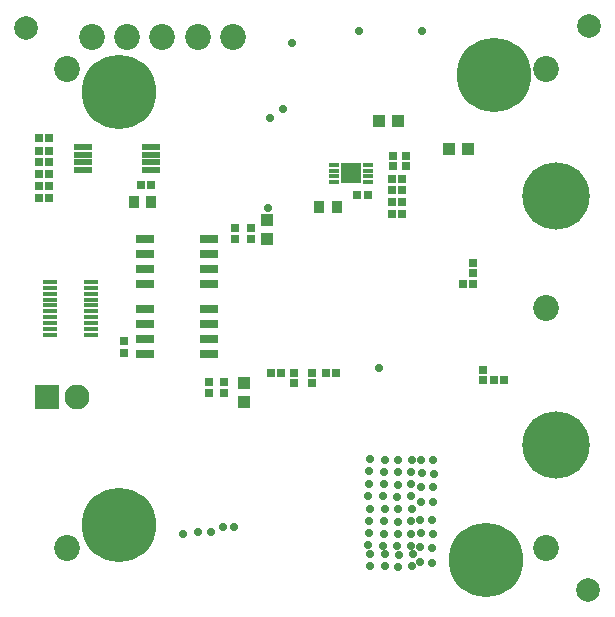
<source format=gbs>
G04*
G04 #@! TF.GenerationSoftware,Altium Limited,Altium Designer,21.6.4 (81)*
G04*
G04 Layer_Color=16711935*
%FSLAX44Y44*%
%MOMM*%
G71*
G04*
G04 #@! TF.SameCoordinates,2815C35D-ED33-4C73-AB2E-66417DBC4640*
G04*
G04*
G04 #@! TF.FilePolarity,Negative*
G04*
G01*
G75*
%ADD47R,0.7200X0.6700*%
%ADD53R,1.0500X1.1000*%
%ADD54R,1.1000X1.0500*%
%ADD55R,0.7200X0.7000*%
%ADD57R,0.7000X0.7200*%
%ADD60C,2.0000*%
%ADD62R,2.1200X2.1200*%
%ADD63C,2.1200*%
%ADD64C,2.1900*%
%ADD65C,5.7000*%
%ADD66C,0.1000*%
%ADD67C,0.7000*%
%ADD92R,1.6000X0.5500*%
%ADD93R,1.6500X0.7000*%
%ADD94R,0.9500X0.4000*%
%ADD95R,1.7000X1.7000*%
%ADD96R,1.2000X0.4000*%
%ADD97R,0.9000X1.1000*%
%ADD98R,0.7000X0.6500*%
%ADD99C,6.3000*%
%ADD100R,0.6500X0.7000*%
G54D47*
X99000Y226250D02*
D03*
Y216650D02*
D03*
G54D53*
X374500Y389088D02*
D03*
X390500D02*
D03*
X331500Y412500D02*
D03*
X315500D02*
D03*
G54D54*
X200650Y174955D02*
D03*
Y190955D02*
D03*
X220624Y328550D02*
D03*
Y312550D02*
D03*
G54D55*
X193167D02*
D03*
Y321750D02*
D03*
X206778D02*
D03*
Y312550D02*
D03*
X184407Y191350D02*
D03*
Y182150D02*
D03*
X171518Y182500D02*
D03*
Y191700D02*
D03*
G54D57*
X113425Y358378D02*
D03*
X122625D02*
D03*
X306100Y349750D02*
D03*
X296900D02*
D03*
G54D60*
X16836Y491645D02*
D03*
X492909Y492701D02*
D03*
X492478Y15188D02*
D03*
G54D62*
X34250Y179000D02*
D03*
G54D63*
X59650D02*
D03*
G54D64*
X192000Y484000D02*
D03*
X51000Y457000D02*
D03*
X457000Y51000D02*
D03*
Y457000D02*
D03*
X132000Y484000D02*
D03*
X102000D02*
D03*
X72000D02*
D03*
X457000Y254000D02*
D03*
X51000Y51000D02*
D03*
X162000Y484000D02*
D03*
G54D65*
X465000Y138000D02*
D03*
Y349000D02*
D03*
G54D66*
X95000Y71000D02*
D03*
X406000Y41000D02*
D03*
X413000Y452000D02*
D03*
X95000Y437000D02*
D03*
G54D67*
X315000Y203311D02*
D03*
X241500Y478750D02*
D03*
X220968Y339000D02*
D03*
X349911Y39320D02*
D03*
X350161Y52070D02*
D03*
X350607Y63513D02*
D03*
X350161Y75070D02*
D03*
X360411Y74570D02*
D03*
X360857Y63014D02*
D03*
X360411Y51570D02*
D03*
X360161Y38820D02*
D03*
X350911Y90320D02*
D03*
X351161Y103070D02*
D03*
X351607Y114514D02*
D03*
X351161Y126070D02*
D03*
X361411Y125570D02*
D03*
X361857Y114014D02*
D03*
X361411Y102570D02*
D03*
X361161Y89820D02*
D03*
X308000Y46100D02*
D03*
X320750Y45850D02*
D03*
X332193Y45405D02*
D03*
X343750Y45850D02*
D03*
X343250Y35600D02*
D03*
X331693Y35155D02*
D03*
X320250Y35600D02*
D03*
X307500Y35850D02*
D03*
Y84500D02*
D03*
X320250Y84250D02*
D03*
X331693Y83804D02*
D03*
X343250Y84250D02*
D03*
X342750Y74000D02*
D03*
X331194Y73554D02*
D03*
X319750Y74000D02*
D03*
X307000Y74250D02*
D03*
X306320Y53339D02*
D03*
X319070Y53089D02*
D03*
X330513Y52643D02*
D03*
X342070Y53089D02*
D03*
X342570Y63339D02*
D03*
X331013Y62893D02*
D03*
X319570Y63339D02*
D03*
X306820Y63589D02*
D03*
Y105339D02*
D03*
X319570Y105089D02*
D03*
X331013Y104643D02*
D03*
X342570Y105089D02*
D03*
X342070Y94839D02*
D03*
X330513Y94393D02*
D03*
X319070Y94839D02*
D03*
X306320Y95089D02*
D03*
X307000Y116000D02*
D03*
X319750Y115750D02*
D03*
X331194Y115304D02*
D03*
X342750Y115750D02*
D03*
X343250Y126000D02*
D03*
X331693Y125554D02*
D03*
X320250Y126000D02*
D03*
X307500Y126250D02*
D03*
X192905Y69250D02*
D03*
X183138Y69052D02*
D03*
X173250Y65020D02*
D03*
X161750Y64750D02*
D03*
X149500Y63250D02*
D03*
X234398Y422690D02*
D03*
X223373Y415288D02*
D03*
X298715Y489190D02*
D03*
X351500Y488750D02*
D03*
G54D92*
X64618Y390689D02*
D03*
X122618D02*
D03*
Y377689D02*
D03*
X64618Y371189D02*
D03*
Y377689D02*
D03*
Y384189D02*
D03*
X122618D02*
D03*
Y371189D02*
D03*
G54D93*
X171500Y215250D02*
D03*
Y240650D02*
D03*
X117500D02*
D03*
Y227950D02*
D03*
Y215250D02*
D03*
X171500Y227950D02*
D03*
Y253350D02*
D03*
X117500D02*
D03*
X171250Y274450D02*
D03*
X117250D02*
D03*
Y299850D02*
D03*
X171250Y312550D02*
D03*
Y299850D02*
D03*
Y287150D02*
D03*
X117250D02*
D03*
Y312550D02*
D03*
G54D94*
X276914Y360775D02*
D03*
Y365775D02*
D03*
Y370775D02*
D03*
Y375775D02*
D03*
X305914Y370775D02*
D03*
Y375775D02*
D03*
Y365775D02*
D03*
Y360775D02*
D03*
G54D95*
X291414Y368275D02*
D03*
G54D96*
X71500Y266500D02*
D03*
Y261500D02*
D03*
Y256500D02*
D03*
Y251500D02*
D03*
Y231500D02*
D03*
Y236500D02*
D03*
Y241500D02*
D03*
Y246500D02*
D03*
Y276500D02*
D03*
Y271500D02*
D03*
X36500D02*
D03*
Y276500D02*
D03*
Y246500D02*
D03*
Y241500D02*
D03*
Y236500D02*
D03*
Y231500D02*
D03*
Y251500D02*
D03*
Y256500D02*
D03*
Y261500D02*
D03*
Y266500D02*
D03*
G54D97*
X279500Y339500D02*
D03*
X264500D02*
D03*
X122500Y343710D02*
D03*
X107500D02*
D03*
G54D98*
X421000Y193594D02*
D03*
X412500D02*
D03*
X279005Y198941D02*
D03*
X270505D02*
D03*
X224129Y199191D02*
D03*
X232629D02*
D03*
X27250Y357460D02*
D03*
X35750D02*
D03*
X27250Y367710D02*
D03*
X35750D02*
D03*
X27285Y397960D02*
D03*
X35785D02*
D03*
X35750Y347460D02*
D03*
X27250D02*
D03*
X35750Y377710D02*
D03*
X27250D02*
D03*
X35750Y387710D02*
D03*
X27250D02*
D03*
X334750Y343750D02*
D03*
X326250D02*
D03*
X334750Y354236D02*
D03*
X326250D02*
D03*
Y334250D02*
D03*
X334750D02*
D03*
X326000Y363750D02*
D03*
X334500D02*
D03*
X394750Y274431D02*
D03*
X386250D02*
D03*
G54D99*
X95000Y71000D02*
D03*
X406000Y41000D02*
D03*
X413000Y452000D02*
D03*
X95000Y437000D02*
D03*
G54D100*
X243755Y190711D02*
D03*
Y199211D02*
D03*
X258755Y190441D02*
D03*
Y198941D02*
D03*
X338500Y382750D02*
D03*
Y374250D02*
D03*
X327500Y374500D02*
D03*
Y383000D02*
D03*
X394750Y284000D02*
D03*
Y292500D02*
D03*
X403000Y202094D02*
D03*
Y193594D02*
D03*
M02*

</source>
